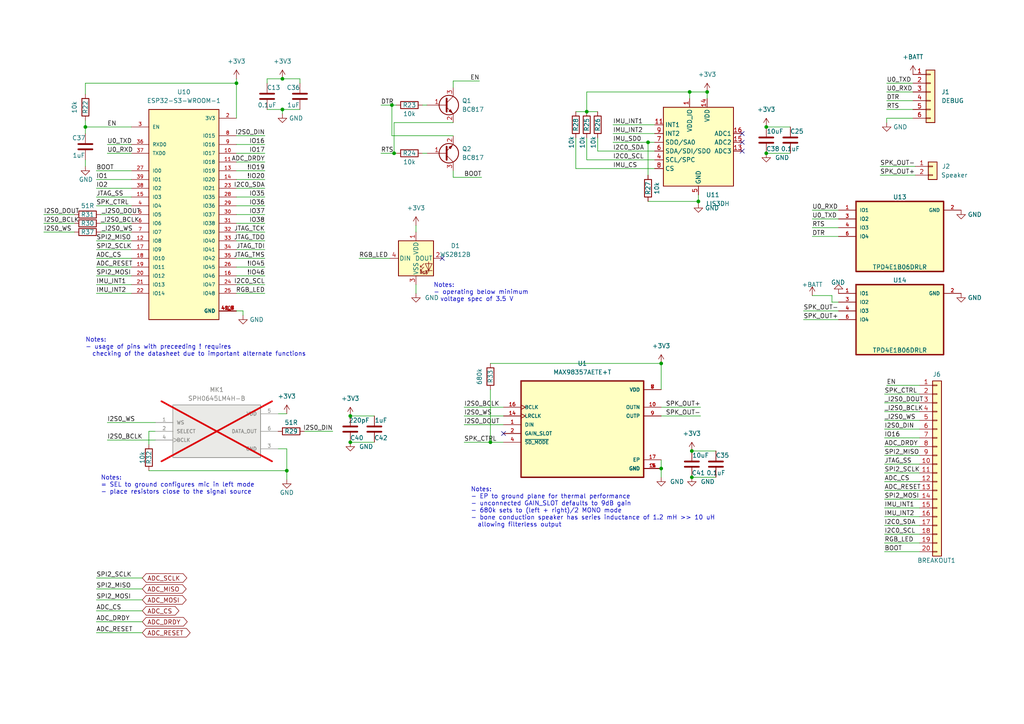
<source format=kicad_sch>
(kicad_sch (version 20231120) (generator "eeschema") (generator_version "8.0")
  (paper "A4")
  (lib_symbols
    (symbol "Connector_Generic:Conn_01x02" (pin_names (offset 1.016) hide)
      (property "Reference" "J" (at 0 2.54 0))
      (property "Value" "Conn_01x02" (at 0 -5.08 0))
      (symbol "Conn_01x02_1_1"
        (pin passive line (at -5.08 0 0) (length 3.81) (name "Pin_1") (number "1"))
        (pin passive line (at -5.08 -2.54 0) (length 3.81) (name "Pin_2") (number "2"))
      )
    )
    (symbol "Connector_Generic:Conn_01x06" (pin_names (offset 1.016) hide)
      (property "Reference" "J" (at 0 7.62 0))
      (property "Value" "Conn_01x06" (at 0 -10.16 0))
      (symbol "Conn_01x06_1_1"
        (pin passive line (at -5.08 5.08 0) (length 3.81) (name "Pin_1") (number "1"))
        (pin passive line (at -5.08 2.54 0) (length 3.81) (name "Pin_2") (number "2"))
        (pin passive line (at -5.08 0 0) (length 3.81) (name "Pin_3") (number "3"))
        (pin passive line (at -5.08 -2.54 0) (length 3.81) (name "Pin_4") (number "4"))
        (pin passive line (at -5.08 -5.08 0) (length 3.81) (name "Pin_5") (number "5"))
        (pin passive line (at -5.08 -7.62 0) (length 3.81) (name "Pin_6") (number "6"))
      )
    )
    (symbol "Connector_Generic:Conn_01x20" (pin_names (offset 1.016) hide)
      (property "Reference" "J" (at 0 25.4 0))
      (property "Value" "Conn_01x20" (at 0 -27.94 0))
      (symbol "Conn_01x20_1_1"
        (pin passive line (at -5.08 22.86 0) (length 3.81) (name "Pin_1") (number "1"))
        (pin passive line (at -5.08 0 0) (length 3.81) (name "Pin_10") (number "10"))
        (pin passive line (at -5.08 -2.54 0) (length 3.81) (name "Pin_11") (number "11"))
        (pin passive line (at -5.08 -5.08 0) (length 3.81) (name "Pin_12") (number "12"))
        (pin passive line (at -5.08 -7.62 0) (length 3.81) (name "Pin_13") (number "13"))
        (pin passive line (at -5.08 -10.16 0) (length 3.81) (name "Pin_14") (number "14"))
        (pin passive line (at -5.08 -12.7 0) (length 3.81) (name "Pin_15") (number "15"))
        (pin passive line (at -5.08 -15.24 0) (length 3.81) (name "Pin_16") (number "16"))
        (pin passive line (at -5.08 -17.78 0) (length 3.81) (name "Pin_17") (number "17"))
        (pin passive line (at -5.08 -20.32 0) (length 3.81) (name "Pin_18") (number "18"))
        (pin passive line (at -5.08 -22.86 0) (length 3.81) (name "Pin_19") (number "19"))
        (pin passive line (at -5.08 20.32 0) (length 3.81) (name "Pin_2") (number "2"))
        (pin passive line (at -5.08 -25.4 0) (length 3.81) (name "Pin_20") (number "20"))
        (pin passive line (at -5.08 17.78 0) (length 3.81) (name "Pin_3") (number "3"))
        (pin passive line (at -5.08 15.24 0) (length 3.81) (name "Pin_4") (number "4"))
        (pin passive line (at -5.08 12.7 0) (length 3.81) (name "Pin_5") (number "5"))
        (pin passive line (at -5.08 10.16 0) (length 3.81) (name "Pin_6") (number "6"))
        (pin passive line (at -5.08 7.62 0) (length 3.81) (name "Pin_7") (number "7"))
        (pin passive line (at -5.08 5.08 0) (length 3.81) (name "Pin_8") (number "8"))
        (pin passive line (at -5.08 2.54 0) (length 3.81) (name "Pin_9") (number "9"))
      )
    )
    (symbol "Device:C" (pin_numbers hide) (pin_names (offset 0.254))
      (property "Reference" "C" (at 0.635 2.54 0))
      (property "Value" "C" (at 0.635 -2.54 0))
      (symbol "C_1_1"
        (pin passive line (at 0 3.81 270) (length 2.794) (name "~") (number "1"))
        (pin passive line (at 0 -3.81 90) (length 2.794) (name "~") (number "2"))
      )
    )
    (symbol "Device:R" (pin_numbers hide) (pin_names (offset 0))
      (property "Reference" "R" (at 2.032 0 90))
      (property "Value" "R" (at 0 0 90))
      (symbol "R_1_1"
        (pin passive line (at 0 3.81 270) (length 1.27) (name "~") (number "1"))
        (pin passive line (at 0 -3.81 90) (length 1.27) (name "~") (number "2"))
      )
    )
    (symbol "LED:WS2812B" (pin_names (offset 0.254))
      (property "Reference" "D" (at 5.08 5.715 0))
      (property "Value" "WS2812B" (at 1.27 -5.715 0))
      (symbol "WS2812B_0_0"
        (text "RGB" (at 2.286 -4.191 0) (effects (font (size 0.762 0.762))))
      )
      (symbol "WS2812B_1_1"
        (pin power_in line (at 0 7.62 270) (length 2.54) (name "VDD") (number "1"))
        (pin output line (at 7.62 0 180) (length 2.54) (name "DOUT") (number "2"))
        (pin power_in line (at 0 -7.62 90) (length 2.54) (name "VSS") (number "3"))
        (pin input line (at -7.62 0 0) (length 2.54) (name "DIN") (number "4"))
      )
    )
    (symbol "Misc[Personal]:ESP32-S3-WROOM" (pin_names (offset 1.016))
      (property "Reference" "U" (at -10.16 31.369 0))
      (property "Value" "ESP32-S3-WROOM" (at -10.16 -33.02 0))
      (symbol "ESP32-S3-WROOM_0_0"
        (pin power_in line (at 15.24 -27.94 180) (length 5.08) (name "GND") (number "1"))
        (pin bidirectional line (at 15.24 17.78 180) (length 5.08) (name "IO17") (number "10"))
        (pin bidirectional line (at 15.24 15.24 180) (length 5.08) (name "IO18") (number "11"))
        (pin bidirectional line (at -15.24 -7.62 0) (length 5.08) (name "IO8") (number "12"))
        (pin bidirectional line (at 15.24 12.7 180) (length 5.08) (name "IO19") (number "13"))
        (pin bidirectional line (at 15.24 10.16 180) (length 5.08) (name "IO20") (number "14"))
        (pin bidirectional line (at -15.24 5.08 0) (length 5.08) (name "IO3") (number "15"))
        (pin bidirectional line (at 15.24 -17.78 180) (length 5.08) (name "IO46") (number "16"))
        (pin bidirectional line (at -15.24 -10.16 0) (length 5.08) (name "IO9") (number "17"))
        (pin bidirectional line (at -15.24 -12.7 0) (length 5.08) (name "IO10") (number "18"))
        (pin bidirectional line (at -15.24 -15.24 0) (length 5.08) (name "IO11") (number "19"))
        (pin power_in line (at 15.24 27.94 180) (length 5.08) (name "3V3") (number "2"))
        (pin bidirectional line (at -15.24 -17.78 0) (length 5.08) (name "IO12") (number "20"))
        (pin bidirectional line (at -15.24 -20.32 0) (length 5.08) (name "IO13") (number "21"))
        (pin bidirectional line (at -15.24 -22.86 0) (length 5.08) (name "IO14") (number "22"))
        (pin bidirectional line (at 15.24 7.62 180) (length 5.08) (name "IO21") (number "23"))
        (pin bidirectional line (at 15.24 -20.32 180) (length 5.08) (name "IO47") (number "24"))
        (pin bidirectional line (at 15.24 -22.86 180) (length 5.08) (name "IO48") (number "25"))
        (pin bidirectional line (at 15.24 -15.24 180) (length 5.08) (name "IO45") (number "26"))
        (pin bidirectional line (at -15.24 12.7 0) (length 5.08) (name "IO0") (number "27"))
        (pin bidirectional line (at 15.24 5.08 180) (length 5.08) (name "IO35") (number "28"))
        (pin bidirectional line (at 15.24 2.54 180) (length 5.08) (name "IO36") (number "29"))
        (pin input line (at -15.24 25.4 0) (length 5.08) (name "EN") (number "3"))
        (pin bidirectional line (at 15.24 0 180) (length 5.08) (name "IO37") (number "30"))
        (pin bidirectional line (at 15.24 -2.54 180) (length 5.08) (name "IO38") (number "31"))
        (pin bidirectional line (at 15.24 -5.08 180) (length 5.08) (name "IO39") (number "32"))
        (pin bidirectional line (at 15.24 -7.62 180) (length 5.08) (name "IO40") (number "33"))
        (pin bidirectional line (at 15.24 -10.16 180) (length 5.08) (name "IO41") (number "34"))
        (pin bidirectional line (at 15.24 -12.7 180) (length 5.08) (name "IO42") (number "35"))
        (pin bidirectional line (at -15.24 20.32 0) (length 5.08) (name "RXD0") (number "36"))
        (pin bidirectional line (at -15.24 17.78 0) (length 5.08) (name "TXD0") (number "37"))
        (pin bidirectional line (at -15.24 7.62 0) (length 5.08) (name "IO2") (number "38"))
        (pin bidirectional line (at -15.24 10.16 0) (length 5.08) (name "IO1") (number "39"))
        (pin bidirectional line (at -15.24 2.54 0) (length 5.08) (name "IO4") (number "4"))
        (pin power_in line (at 15.24 -27.94 180) (length 5.08) (name "GND") (number "40"))
        (pin power_in line (at 15.24 -27.94 180) (length 5.08) (name "GND") (number "41_1"))
        (pin power_in line (at 15.24 -27.94 180) (length 5.08) (name "GND") (number "41_2"))
        (pin power_in line (at 15.24 -27.94 180) (length 5.08) (name "GND") (number "41_3"))
        (pin power_in line (at 15.24 -27.94 180) (length 5.08) (name "GND") (number "41_4"))
        (pin power_in line (at 15.24 -27.94 180) (length 5.08) (name "GND") (number "41_5"))
        (pin power_in line (at 15.24 -27.94 180) (length 5.08) (name "GND") (number "41_6"))
        (pin power_in line (at 15.24 -27.94 180) (length 5.08) (name "GND") (number "41_7"))
        (pin power_in line (at 15.24 -27.94 180) (length 5.08) (name "GND") (number "41_8"))
        (pin power_in line (at 15.24 -27.94 180) (length 5.08) (name "GND") (number "41_9"))
        (pin bidirectional line (at -15.24 0 0) (length 5.08) (name "IO5") (number "5"))
        (pin bidirectional line (at -15.24 -2.54 0) (length 5.08) (name "IO6") (number "6"))
        (pin bidirectional line (at -15.24 -5.08 0) (length 5.08) (name "IO7") (number "7"))
        (pin bidirectional line (at 15.24 22.86 180) (length 5.08) (name "IO15") (number "8"))
        (pin bidirectional line (at 15.24 20.32 180) (length 5.08) (name "IO16") (number "9"))
      )
    )
    (symbol "Misc[Personal]:MAX98357AETE_" (pin_names (offset 1.016))
      (property "Reference" "U" (at -17.8104 13.7451 0))
      (property "Value" "MAX98357AETE_" (at -17.8039 -19.2795 0))
      (symbol "MAX98357AETE__0_0"
        (pin input line (at -22.86 0 0) (length 5.08) (name "DIN") (number "1"))
        (pin output line (at 22.86 5.08 180) (length 5.08) (name "OUTN") (number "10"))
        (pin power_in line (at 22.86 -12.7 180) (length 5.08) (name "GND") (number "11"))
        (pin input clock (at -22.86 2.54 0) (length 5.08) (name "LRCLK") (number "14"))
        (pin power_in line (at 22.86 -12.7 180) (length 5.08) (name "GND") (number "15"))
        (pin input clock (at -22.86 5.08 0) (length 5.08) (name "BCLK") (number "16"))
        (pin power_in line (at 22.86 -10.16 180) (length 5.08) (name "EP") (number "17"))
        (pin input line (at -22.86 -2.54 0) (length 5.08) (name "GAIN_SLOT") (number "2"))
        (pin power_in line (at 22.86 -12.7 180) (length 5.08) (name "GND") (number "3"))
        (pin input line (at -22.86 -5.08 0) (length 5.08) (name "~{SD_MODE}") (number "4"))
        (pin power_in line (at 22.86 10.16 180) (length 5.08) (name "VDD") (number "7"))
        (pin power_in line (at 22.86 10.16 180) (length 5.08) (name "VDD") (number "8"))
        (pin output line (at 22.86 2.54 180) (length 5.08) (name "OUTP") (number "9"))
      )
    )
    (symbol "Misc[Personal]:SPH0645LM4H-B" (pin_names (offset 1.016))
      (property "Reference" "MK" (at -12.7399 8.1466 0))
      (property "Value" "SPH0645LM4H-B" (at -12.7473 -10.1926 0))
      (symbol "SPH0645LM4H-B_0_0"
        (pin input line (at -17.78 2.54 0) (length 5.08) (name "WS") (number "1"))
        (pin input line (at -17.78 0 0) (length 5.08) (name "SELECT") (number "2"))
        (pin power_in line (at 17.78 -5.08 180) (length 5.08) (name "GND") (number "3"))
        (pin input clock (at -17.78 -2.54 0) (length 5.08) (name "BCLK") (number "4"))
        (pin power_in line (at 17.78 5.08 180) (length 5.08) (name "VDD") (number "5"))
        (pin output line (at 17.78 0 180) (length 5.08) (name "DATA_OUT") (number "6"))
      )
    )
    (symbol "Misc[Personal]:TPD4E1B06DRLR" (pin_names (offset 1.016))
      (symbol "TPD4E1B06DRLR_0_0"
        (pin bidirectional line (at -17.78 7.62 0) (length 5.08) (name "IO1") (number "1"))
        (pin power_in line (at 17.78 7.62 180) (length 5.08) (name "GND") (number "2"))
        (pin bidirectional line (at -17.78 5.08 0) (length 5.08) (name "IO2") (number "3"))
        (pin bidirectional line (at -17.78 2.54 0) (length 5.08) (name "IO3") (number "4"))
        (pin bidirectional line (at -17.78 0 0) (length 5.08) (name "IO4") (number "6"))
      )
    )
    (symbol "Sensor_Motion:LIS3DH"
      (property "Reference" "U" (at -7.62 11.43 0))
      (property "Value" "LIS3DH" (at 6.35 11.43 0))
      (symbol "LIS3DH_1_1"
        (pin power_in line (at -2.54 12.7 270) (length 2.54) (name "VDD_IO") (number "1"))
        (pin passive line (at 0 -15.24 90) (length 2.54) hide (name "GND") (number "10"))
        (pin output line (at -12.7 5.08 0) (length 2.54) (name "INT1") (number "11"))
        (pin passive line (at 0 -15.24 90) (length 2.54) hide (name "GND") (number "12"))
        (pin input line (at 12.7 -2.54 180) (length 2.54) (name "ADC3") (number "13"))
        (pin power_in line (at 2.54 12.7 270) (length 2.54) (name "VDD") (number "14"))
        (pin input line (at 12.7 0 180) (length 2.54) (name "ADC2") (number "15"))
        (pin input line (at 12.7 2.54 180) (length 2.54) (name "ADC1") (number "16"))
        (pin no_connect line (at 10.16 5.08 180) (length 2.54) hide (name "NC") (number "2"))
        (pin no_connect line (at 10.16 7.62 180) (length 2.54) hide (name "NC") (number "3"))
        (pin input line (at -12.7 -5.08 0) (length 2.54) (name "SCL/SPC") (number "4"))
        (pin power_in line (at 0 -15.24 90) (length 2.54) (name "GND") (number "5"))
        (pin bidirectional line (at -12.7 -2.54 0) (length 2.54) (name "SDA/SDI/SDO") (number "6"))
        (pin bidirectional line (at -12.7 0 0) (length 2.54) (name "SDO/SA0") (number "7"))
        (pin input line (at -12.7 -7.62 0) (length 2.54) (name "CS") (number "8"))
        (pin output line (at -12.7 2.54 0) (length 2.54) (name "INT2") (number "9"))
      )
    )
    (symbol "Transistor_BJT:BC817" (pin_names (offset 0) hide)
      (property "Reference" "Q" (at 5.08 1.905 0))
      (property "Value" "BC817" (at 5.08 0 0))
      (symbol "BC817_1_1"
        (pin input line (at -5.08 0 0) (length 5.715) (name "B") (number "1"))
        (pin passive line (at 2.54 -5.08 90) (length 2.54) (name "E") (number "2"))
        (pin passive line (at 2.54 5.08 270) (length 2.54) (name "C") (number "3"))
      )
    )
    (symbol "power:+3V3" (power) (pin_names (offset 0))
      (property "Value" "+3V3" (at 0 3.556 0))
      (symbol "+3V3_1_1"
        (pin power_in line (at 0 0 90) (length 0) hide (name "+3V3") (number "1"))
      )
    )
    (symbol "power:+BATT" (power) (pin_names (offset 0))
      (property "Value" "+BATT" (at 0 3.556 0))
      (symbol "+BATT_1_1"
        (pin power_in line (at 0 0 90) (length 0) hide (name "+BATT") (number "1"))
      )
    )
    (symbol "power:GND" (power) (pin_names (offset 0))
      (property "Value" "GND" (at 0 -3.81 0))
      (symbol "GND_1_1"
        (pin power_in line (at 0 0 270) (length 0) hide (name "GND") (number "1"))
      )
    )
  )
  (junction (at 222.25 36.83))
  (junction (at 200.66 130.81))
  (junction (at 113.665 30.48))
  (junction (at 191.77 105.41))
  (junction (at 200.66 138.43))
  (junction (at 222.25 44.45))
  (junction (at 187.96 41.275))
  (junction (at 24.765 36.83))
  (junction (at 101.6 120.65))
  (junction (at 83.185 136.525))
  (junction (at 101.6 128.27))
  (junction (at 142.24 128.27))
  (junction (at 81.915 22.86))
  (junction (at 205.105 26.67))
  (junction (at 191.77 135.89))
  (junction (at 68.58 24.13))
  (junction (at 81.915 31.75))
  (junction (at 170.18 32.385))
  (junction (at 202.565 58.42))
  (junction (at 200.025 26.67))
  (junction (at 114.3 44.45))
  (no_connect (at 146.05 125.73))
  (no_connect (at 215.265 41.275))
  (no_connect (at 128.27 74.93))
  (no_connect (at 215.265 38.735))
  (no_connect (at 215.265 43.815))
  (wire (pts (xy 257.175 34.29) (xy 257.175 35.56)))
  (wire (pts (xy 68.58 57.15) (xy 76.835 57.15)))
  (wire (pts (xy 68.58 59.69) (xy 76.835 59.69)))
  (wire (pts (xy 170.18 46.355) (xy 189.865 46.355)))
  (wire (pts (xy 241.3 87.63) (xy 241.3 85.725)))
  (wire (pts (xy 191.77 118.11) (xy 203.2 118.11)))
  (wire (pts (xy 202.565 58.42) (xy 202.565 59.055)))
  (wire (pts (xy 134.62 118.11) (xy 146.05 118.11)))
  (wire (pts (xy 77.47 31.75) (xy 81.915 31.75)))
  (wire (pts (xy 68.58 49.53) (xy 76.835 49.53)))
  (wire (pts (xy 27.94 49.53) (xy 38.1 49.53)))
  (wire (pts (xy 131.445 23.495) (xy 139.065 23.495)))
  (wire (pts (xy 235.585 63.5) (xy 243.205 63.5)))
  (wire (pts (xy 256.54 160.02) (xy 266.7 160.02)))
  (wire (pts (xy 83.185 130.175) (xy 83.185 136.525)))
  (wire (pts (xy 27.94 77.47) (xy 38.1 77.47)))
  (wire (pts (xy 256.54 144.78) (xy 266.7 144.78)))
  (wire (pts (xy 12.7 62.23) (xy 21.59 62.23)))
  (wire (pts (xy 256.54 124.46) (xy 266.7 124.46)))
  (wire (pts (xy 114.3 35.56) (xy 114.3 44.45)))
  (wire (pts (xy 256.54 149.86) (xy 266.7 149.86)))
  (wire (pts (xy 177.8 36.195) (xy 189.865 36.195)))
  (wire (pts (xy 187.96 41.275) (xy 189.865 41.275)))
  (wire (pts (xy 191.77 105.41) (xy 191.77 113.03)))
  (wire (pts (xy 257.175 26.67) (xy 264.795 26.67)))
  (wire (pts (xy 205.105 26.67) (xy 200.025 26.67)))
  (wire (pts (xy 187.96 41.275) (xy 187.96 50.8)))
  (wire (pts (xy 205.105 28.575) (xy 205.105 26.67)))
  (wire (pts (xy 256.54 157.48) (xy 266.7 157.48)))
  (wire (pts (xy 113.665 39.37) (xy 113.665 30.48)))
  (wire (pts (xy 68.58 44.45) (xy 76.835 44.45)))
  (wire (pts (xy 142.24 128.27) (xy 142.24 113.03)))
  (wire (pts (xy 170.18 40.005) (xy 170.18 46.355)))
  (wire (pts (xy 173.355 40.005) (xy 173.355 43.815)))
  (wire (pts (xy 104.14 74.93) (xy 113.03 74.93)))
  (wire (pts (xy 68.58 74.93) (xy 76.835 74.93)))
  (wire (pts (xy 114.3 44.45) (xy 114.935 44.45)))
  (wire (pts (xy 43.18 125.095) (xy 43.18 128.905)))
  (wire (pts (xy 200.025 26.67) (xy 200.025 28.575)))
  (wire (pts (xy 68.58 24.13) (xy 68.58 34.29)))
  (wire (pts (xy 235.585 60.96) (xy 243.205 60.96)))
  (wire (pts (xy 170.18 26.67) (xy 200.025 26.67)))
  (wire (pts (xy 200.66 130.81) (xy 207.645 130.81)))
  (wire (pts (xy 31.115 44.45) (xy 38.1 44.45)))
  (wire (pts (xy 256.54 121.92) (xy 266.7 121.92)))
  (wire (pts (xy 110.49 30.48) (xy 113.665 30.48)))
  (wire (pts (xy 27.94 72.39) (xy 38.1 72.39)))
  (wire (pts (xy 27.94 52.07) (xy 38.1 52.07)))
  (wire (pts (xy 27.94 180.34) (xy 41.275 180.34)))
  (wire (pts (xy 81.915 31.75) (xy 81.915 33.02)))
  (wire (pts (xy 27.94 183.515) (xy 41.275 183.515)))
  (wire (pts (xy 256.54 114.3) (xy 266.7 114.3)))
  (wire (pts (xy 256.54 147.32) (xy 266.7 147.32)))
  (wire (pts (xy 241.3 85.725) (xy 235.585 85.725)))
  (wire (pts (xy 264.795 34.29) (xy 257.175 34.29)))
  (wire (pts (xy 27.94 82.55) (xy 38.1 82.55)))
  (wire (pts (xy 68.58 22.86) (xy 68.58 24.13)))
  (wire (pts (xy 77.47 22.86) (xy 77.47 24.13)))
  (wire (pts (xy 12.7 67.31) (xy 21.59 67.31)))
  (wire (pts (xy 29.21 67.31) (xy 38.1 67.31)))
  (wire (pts (xy 68.58 64.77) (xy 76.835 64.77)))
  (wire (pts (xy 142.24 105.41) (xy 191.77 105.41)))
  (wire (pts (xy 257.175 31.75) (xy 264.795 31.75)))
  (wire (pts (xy 88.265 125.095) (xy 96.52 125.095)))
  (wire (pts (xy 27.94 54.61) (xy 38.1 54.61)))
  (wire (pts (xy 68.58 72.39) (xy 76.835 72.39)))
  (wire (pts (xy 80.645 130.175) (xy 83.185 130.175)))
  (wire (pts (xy 120.65 65.405) (xy 120.65 67.31)))
  (wire (pts (xy 256.54 134.62) (xy 266.7 134.62)))
  (wire (pts (xy 70.485 90.17) (xy 70.485 91.44)))
  (wire (pts (xy 68.58 52.07) (xy 76.835 52.07)))
  (wire (pts (xy 68.58 39.37) (xy 76.835 39.37)))
  (wire (pts (xy 235.585 66.04) (xy 243.205 66.04)))
  (wire (pts (xy 27.94 80.01) (xy 38.1 80.01)))
  (wire (pts (xy 68.58 90.17) (xy 70.485 90.17)))
  (wire (pts (xy 77.47 22.86) (xy 81.915 22.86)))
  (wire (pts (xy 191.77 120.65) (xy 203.2 120.65)))
  (wire (pts (xy 24.765 34.925) (xy 24.765 36.83)))
  (wire (pts (xy 233.045 90.17) (xy 243.205 90.17)))
  (wire (pts (xy 68.58 77.47) (xy 76.835 77.47)))
  (wire (pts (xy 233.045 92.71) (xy 243.205 92.71)))
  (wire (pts (xy 101.6 128.27) (xy 108.585 128.27)))
  (wire (pts (xy 256.54 142.24) (xy 266.7 142.24)))
  (wire (pts (xy 27.94 85.09) (xy 38.1 85.09)))
  (wire (pts (xy 167.005 40.005) (xy 167.005 48.895)))
  (wire (pts (xy 256.54 154.94) (xy 266.7 154.94)))
  (wire (pts (xy 68.58 54.61) (xy 76.835 54.61)))
  (wire (pts (xy 68.58 46.99) (xy 76.835 46.99)))
  (wire (pts (xy 131.445 51.435) (xy 139.7 51.435)))
  (wire (pts (xy 68.58 82.55) (xy 76.835 82.55)))
  (wire (pts (xy 29.21 62.23) (xy 38.1 62.23)))
  (wire (pts (xy 256.54 132.08) (xy 266.7 132.08)))
  (wire (pts (xy 170.18 32.385) (xy 173.355 32.385)))
  (wire (pts (xy 27.94 177.165) (xy 41.275 177.165)))
  (wire (pts (xy 256.54 116.84) (xy 266.7 116.84)))
  (wire (pts (xy 81.915 22.86) (xy 86.995 22.86)))
  (wire (pts (xy 27.94 173.99) (xy 41.275 173.99)))
  (wire (pts (xy 187.96 58.42) (xy 202.565 58.42)))
  (wire (pts (xy 68.58 69.85) (xy 76.835 69.85)))
  (wire (pts (xy 68.58 85.09) (xy 76.835 85.09)))
  (wire (pts (xy 202.565 56.515) (xy 202.565 58.42)))
  (wire (pts (xy 255.27 50.8) (xy 265.43 50.8)))
  (wire (pts (xy 256.54 152.4) (xy 266.7 152.4)))
  (wire (pts (xy 122.555 44.45) (xy 123.825 44.45)))
  (wire (pts (xy 68.58 41.91) (xy 76.835 41.91)))
  (wire (pts (xy 27.94 69.85) (xy 38.1 69.85)))
  (wire (pts (xy 31.115 122.555) (xy 45.085 122.555)))
  (wire (pts (xy 256.54 127) (xy 266.7 127)))
  (wire (pts (xy 31.115 127.635) (xy 45.085 127.635)))
  (wire (pts (xy 134.62 123.19) (xy 146.05 123.19)))
  (wire (pts (xy 24.765 24.13) (xy 68.58 24.13)))
  (wire (pts (xy 167.005 32.385) (xy 170.18 32.385)))
  (wire (pts (xy 222.25 36.83) (xy 229.235 36.83)))
  (wire (pts (xy 222.25 44.45) (xy 229.235 44.45)))
  (wire (pts (xy 134.62 120.65) (xy 146.05 120.65)))
  (wire (pts (xy 122.555 30.48) (xy 123.825 30.48)))
  (wire (pts (xy 131.445 39.37) (xy 113.665 39.37)))
  (wire (pts (xy 68.58 62.23) (xy 76.835 62.23)))
  (wire (pts (xy 255.27 48.26) (xy 265.43 48.26)))
  (wire (pts (xy 235.585 68.58) (xy 243.205 68.58)))
  (wire (pts (xy 256.54 119.38) (xy 266.7 119.38)))
  (wire (pts (xy 27.94 74.93) (xy 38.1 74.93)))
  (wire (pts (xy 27.94 170.815) (xy 41.275 170.815)))
  (wire (pts (xy 134.62 128.27) (xy 142.24 128.27)))
  (wire (pts (xy 27.94 59.69) (xy 38.1 59.69)))
  (wire (pts (xy 173.355 43.815) (xy 189.865 43.815)))
  (wire (pts (xy 146.05 128.27) (xy 142.24 128.27)))
  (wire (pts (xy 43.18 136.525) (xy 83.185 136.525)))
  (wire (pts (xy 81.915 31.75) (xy 86.995 31.75)))
  (wire (pts (xy 256.54 137.16) (xy 266.7 137.16)))
  (wire (pts (xy 191.77 135.89) (xy 191.77 138.43)))
  (wire (pts (xy 12.7 64.77) (xy 21.59 64.77)))
  (wire (pts (xy 191.77 133.35) (xy 191.77 135.89)))
  (wire (pts (xy 101.6 120.65) (xy 108.585 120.65)))
  (wire (pts (xy 83.185 136.525) (xy 83.185 139.065)))
  (wire (pts (xy 257.175 24.13) (xy 264.795 24.13)))
  (wire (pts (xy 131.445 49.53) (xy 131.445 51.435)))
  (wire (pts (xy 29.21 64.77) (xy 38.1 64.77)))
  (wire (pts (xy 257.175 29.21) (xy 264.795 29.21)))
  (wire (pts (xy 200.66 138.43) (xy 207.645 138.43)))
  (wire (pts (xy 27.94 57.15) (xy 38.1 57.15)))
  (wire (pts (xy 68.58 67.31) (xy 76.835 67.31)))
  (wire (pts (xy 24.765 46.355) (xy 24.765 48.26)))
  (wire (pts (xy 45.085 125.095) (xy 43.18 125.095)))
  (wire (pts (xy 170.18 26.67) (xy 170.18 32.385)))
  (wire (pts (xy 177.8 38.735) (xy 189.865 38.735)))
  (wire (pts (xy 131.445 25.4) (xy 131.445 23.495)))
  (wire (pts (xy 27.94 167.64) (xy 41.275 167.64)))
  (wire (pts (xy 131.445 35.56) (xy 114.3 35.56)))
  (wire (pts (xy 24.765 36.83) (xy 24.765 38.735)))
  (wire (pts (xy 31.115 41.91) (xy 38.1 41.91)))
  (wire (pts (xy 256.54 129.54) (xy 266.7 129.54)))
  (wire (pts (xy 68.58 80.01) (xy 76.835 80.01)))
  (wire (pts (xy 110.49 44.45) (xy 114.3 44.45)))
  (wire (pts (xy 80.645 120.015) (xy 83.185 120.015)))
  (wire (pts (xy 243.205 87.63) (xy 241.3 87.63)))
  (wire (pts (xy 113.665 30.48) (xy 114.935 30.48)))
  (wire (pts (xy 38.1 36.83) (xy 24.765 36.83)))
  (wire (pts (xy 256.54 139.7) (xy 266.7 139.7)))
  (wire (pts (xy 177.8 41.275) (xy 187.96 41.275)))
  (wire (pts (xy 86.995 24.13) (xy 86.995 22.86)))
  (wire (pts (xy 24.765 27.305) (xy 24.765 24.13)))
  (wire (pts (xy 257.175 111.76) (xy 266.7 111.76)))
  (wire (pts (xy 120.65 82.55) (xy 120.65 85.09)))
  (wire (pts (xy 167.005 48.895) (xy 189.865 48.895)))
  (text "Notes:\n= SEL to ground configures mic in left mode\n- place resistors close to the signal source" (at 29.21 143.51 0) (effects (font (size 1.27 1.27)) (justify left bottom)))
  (text "Notes:\n- EP to ground plane for thermal performance\n- unconnected GAIN_SLOT defaults to 9dB gain\n- 680k sets to (left + right)/2 MONO mode\n- bone conduction speaker has series inductance of 1.2 mH >> 10 uH\n  allowing filterless output" (at 136.525 153.035 0) (effects (font (size 1.27 1.27)) (justify left bottom)))
  (text "Notes:\n- usage of pins with preceeding ! requires\n  checking of the datasheet due to important alternate functions" (at 24.765 103.505 0) (effects (font (size 1.27 1.27)) (justify left bottom)))
  (text "Notes:\n- operating below minimum \n  voltage spec of 3.5 V" (at 125.73 87.63 0) (effects (font (size 1.27 1.27)) (justify left bottom)))
  (label "ADC_DRDY" (at 256.54 129.54 0))
  (label "SPK_OUT+" (at 233.045 92.71 0))
  (label "U0_TXD" (at 31.115 41.91 0))
  (label "SPK_OUT+" (at 255.27 50.8 0))
  (label "SPK_OUT-" (at 233.045 90.17 0))
  (label "I2S0_WS" (at 12.7 67.31 0))
  (label "DTR" (at 257.175 29.21 0))
  (label "IO2" (at 27.94 54.61 0))
  (label "I2C0_SDA" (at 256.54 152.4 0))
  (label "SPI2_MOSI" (at 256.54 144.78 0))
  (label "I2S0_WS" (at 134.62 120.65 0))
  (label "SPI2_MISO" (at 27.94 69.85 0))
  (label "SPI2_SCLK" (at 27.94 72.39 0))
  (label "RGB_LED" (at 76.835 85.09 180))
  (label "IO17" (at 76.835 44.45 180))
  (label "I2C0_SCL" (at 76.835 82.55 180))
  (label "SPK_OUT-" (at 203.2 120.65 180))
  (label "RGB_LED" (at 256.54 157.48 0))
  (label "!IO46" (at 76.835 80.01 180))
  (label "JTAG_SS" (at 256.54 134.62 0))
  (label "ADC_RESET" (at 256.54 142.24 0))
  (label "JTAG_TCK" (at 76.835 67.31 180))
  (label "I2C0_SCL" (at 177.8 46.355 0))
  (label "SPI2_MISO" (at 27.94 170.815 0))
  (label "I2S0_DOUT" (at 12.7 62.23 0))
  (label "_I2S0_BCLK" (at 256.54 119.38 0))
  (label "IMU_INT2" (at 27.94 85.09 0))
  (label "I2S0_WS" (at 31.115 122.555 0))
  (label "IMU_INT1" (at 256.54 147.32 0))
  (label "!IO19" (at 76.835 49.53 180))
  (label "ADC_CS" (at 256.54 139.7 0))
  (label "I2C0_SDA" (at 177.8 43.815 0))
  (label "SPK_CTRL" (at 27.94 59.69 0))
  (label "IMU_INT1" (at 177.8 36.195 0))
  (label "SPK_OUT+" (at 203.2 118.11 180))
  (label "IO16" (at 256.54 127 0))
  (label "BOOT" (at 139.7 51.435 180))
  (label "EN" (at 139.065 23.495 180))
  (label "EN" (at 31.115 36.83 0))
  (label "IMU_INT2" (at 256.54 149.86 0))
  (label "SPI2_MISO" (at 256.54 132.08 0))
  (label "U0_RXD" (at 235.585 60.96 0))
  (label "I2S0_DIN" (at 96.52 125.095 180))
  (label "U0_TXD" (at 257.175 24.13 0))
  (label "!IO20" (at 76.835 52.07 180))
  (label "IMU_CS" (at 177.8 48.895 0))
  (label "_I2S0_WS" (at 256.54 121.92 0))
  (label "ADC_CS" (at 27.94 177.165 0))
  (label "ADC_DRDY" (at 76.835 46.99 180))
  (label "I2S0_DIN" (at 256.54 124.46 0))
  (label "JTAG_TDO" (at 76.835 69.85 180))
  (label "I2C0_SCL" (at 256.54 154.94 0))
  (label "I2S0_BCLK" (at 12.7 64.77 0))
  (label "I2S0_BCLK" (at 31.115 127.635 0))
  (label "IMU_SD0" (at 177.8 41.275 0))
  (label "SPK_CTRL" (at 256.54 114.3 0))
  (label "U0_TXD" (at 235.585 63.5 0))
  (label "RTS" (at 235.585 66.04 0))
  (label "_I2S0_BCLK" (at 29.21 64.77 0))
  (label "JTAG_TDI" (at 76.835 72.39 180))
  (label "IO16" (at 76.835 41.91 180))
  (label "U0_RXD" (at 257.175 26.67 0))
  (label "RGB_LED" (at 104.14 74.93 0))
  (label "I2S0_BCLK" (at 134.62 118.11 0))
  (label "JTAG_TMS" (at 76.835 74.93 180))
  (label "IMU_INT2" (at 177.8 38.735 0))
  (label "ADC_CS" (at 27.94 74.93 0))
  (label "IMU_INT1" (at 27.94 82.55 0))
  (label "IO38" (at 76.835 64.77 180))
  (label "DTR" (at 235.585 68.58 0))
  (label "SPK_CTRL" (at 134.62 128.27 0))
  (label "SPI2_MOSI" (at 27.94 173.99 0))
  (label "I2S0_DIN" (at 76.835 39.37 180))
  (label "_I2S0_DOUT" (at 29.464 62.23 0))
  (label "SPK_OUT-" (at 255.27 48.26 0))
  (label "_I2S0_DOUT" (at 256.54 116.84 0))
  (label "I2S0_DOUT" (at 134.62 123.19 0))
  (label "IO1" (at 27.94 52.07 0))
  (label "!IO45" (at 76.835 77.47 180))
  (label "IO37" (at 76.835 62.23 180))
  (label "JTAG_SS" (at 27.94 57.15 0))
  (label "U0_RXD" (at 31.115 44.45 0))
  (label "I2C0_SDA" (at 76.835 54.61 180))
  (label "RTS" (at 257.175 31.75 0))
  (label "SPI2_MOSI" (at 27.94 80.01 0))
  (label "ADC_DRDY" (at 27.94 180.34 0))
  (label "RTS" (at 110.49 44.45 0))
  (label "ADC_RESET" (at 27.94 77.47 0))
  (label "_I2S0_WS" (at 29.464 67.31 0))
  (label "BOOT" (at 256.54 160.02 0))
  (label "IO35" (at 76.835 57.15 180))
  (label "BOOT" (at 27.94 49.53 0))
  (label "SPI2_SCLK" (at 27.94 167.64 0))
  (label "EN" (at 257.175 111.76 0))
  (label "IO36" (at 76.835 59.69 180))
  (label "ADC_RESET" (at 27.94 183.515 0))
  (label "DTR" (at 110.49 30.48 0))
  (label "SPI2_SCLK" (at 256.54 137.16 0))
  (global_label "ADC_MOSI" (shape bidirectional) (at 41.275 173.99 0) (property "Intersheetrefs" "${INTERSHEET_REFS}" (effects (hide yes))))
  (global_label "ADC_MISO" (shape bidirectional) (at 41.275 170.815 0) (property "Intersheetrefs" "${INTERSHEET_REFS}" (effects (hide yes))))
  (global_label "ADC_SCLK" (shape bidirectional) (at 41.275 167.64 0) (property "Intersheetrefs" "${INTERSHEET_REFS}" (effects (hide yes))))
  (global_label "ADC_CS" (shape bidirectional) (at 41.275 177.165 0) (property "Intersheetrefs" "${INTERSHEET_REFS}" (effects (hide yes))))
  (global_label "ADC_RESET" (shape bidirectional) (at 41.275 183.515 0) (property "Intersheetrefs" "${INTERSHEET_REFS}" (effects (hide yes))))
  (global_label "ADC_DRDY" (shape bidirectional) (at 41.275 180.34 0) (property "Intersheetrefs" "${INTERSHEET_REFS}" (effects (hide yes))))
  (symbol (lib_id "power:+3V3") (at 83.185 120.015 0) (unit 1)
    (property "Reference" "#PWR041" (effects (hide yes)))
    (property "Value" "+3V3" (at 83.185 114.935 0))
  )
  (symbol (lib_id "Misc[Personal]:TPD4E1B06DRLR") (at 260.985 92.71 0) (unit 1)
    (property "Reference" "U14" (at 260.985 81.28 0))
    (property "Value" "TPD4E1B06DRLR" (at 260.985 101.6 0))
    (property "Footprint" "Misc[Personal]:TPD4E1B06DRLR" (effects (hide yes)))
    (property "Description" "7V 14.5V 4 5.5V SOT(5x3)  ESD Protection Devices ROHS" (effects (hide yes)))
    (property "Manufacturer" "Texas Instruments" (effects (hide yes)))
    (property "Manufacturer Part No." "TPD4E1B06DRLR" (effects (hide yes)))
    (property "JLCPCB Part No." "C1972953" (effects (hide yes)))
    (property "Package" "SOT-23-6" (effects (hide yes)))
  )
  (symbol (lib_id "power:+3V3") (at 81.915 22.86 0) (unit 1)
    (property "Reference" "#PWR023" (effects (hide yes)))
    (property "Value" "+3V3" (at 81.915 17.78 0))
  )
  (symbol (lib_id "power:+BATT") (at 264.795 21.59 0) (unit 1)
    (property "Reference" "#PWR068" (effects (hide yes)))
    (property "Value" "+BATT" (at 264.795 16.51 0))
  )
  (symbol (lib_id "power:GND") (at 70.485 91.44 0) (unit 1)
    (property "Reference" "#PWR021" (effects (hide yes)))
    (property "Value" "GND" (at 72.39 92.71 0) (effects (justify left)))
  )
  (symbol (lib_id "power:GND") (at 24.765 48.26 0) (unit 1)
    (property "Reference" "#PWR025" (effects (hide yes)))
    (property "Value" "GND" (at 22.86 52.07 0) (effects (justify left)))
  )
  (symbol (lib_id "Connector_Generic:Conn_01x20") (at 271.78 134.62 0) (unit 1)
    (property "Reference" "J6" (at 270.51 108.585 0) (effects (justify left)))
    (property "Value" "BREAKOUT1" (at 266.065 162.56 0) (effects (justify left)))
    (property "Footprint" "Connector_PinHeader_2.54mm:PinHeader_1x20_P2.54mm_Vertical" (effects (hide yes)))
  )
  (symbol (lib_id "power:GND") (at 83.185 139.065 0) (unit 1)
    (property "Reference" "#PWR030" (effects (hide yes)))
    (property "Value" "GND" (at 83.185 142.875 0))
  )
  (symbol (lib_id "Device:C") (at 200.66 134.62 0) (unit 1)
    (property "Reference" "C41" (at 202.565 137.16 0))
    (property "Value" "10uF" (at 203.2 132.08 0))
    (property "Footprint" "Capacitor_SMD:C_0603_1608Metric" (effects (hide yes)))
    (property "Description" "10V 10uF X5R ±20% 0603  Multilayer Ceramic Capacitors MLCC - SMD/SMT ROHS" (effects (hide yes)))
    (property "Manufacturer" "FH (Guangdong Fenghua Advanced Tech)" (effects (hide yes)))
    (property "Manufacturer Part No." "0603X106M100NT" (effects (hide yes)))
    (property "JLCPCB Part No." "C91150" (effects (hide yes)))
    (property "Package" "0603" (effects (hide yes)))
  )
  (symbol (lib_id "power:GND") (at 222.25 44.45 0) (unit 1)
    (property "Reference" "#PWR034" (effects (hide yes)))
    (property "Value" "GND" (at 224.79 45.72 0) (effects (justify left)))
  )
  (symbol (lib_id "LED:WS2812B") (at 120.65 74.93 0) (unit 1)
    (property "Reference" "D1" (at 132.08 71.2821 0))
    (property "Value" "WS2812B" (at 132.08 73.8221 0))
    (property "Footprint" "LED_SMD:LED_WS2812B_PLCC4_5.0x5.0mm_P3.2mm" (effects (hide yes)))
    (property "Datasheet" "https://cdn-shop.adafruit.com/datasheets/WS2812B.pdf" (effects (hide yes)))
    (property "Description" "RGB SMD5050 Light Emitting Diodes (LED) ROHS" (effects (hide yes)))
    (property "Manufacturer" "Worldsemi" (effects (hide yes)))
    (property "Manufacturer Part No." "WS2812B-B/T" (effects (hide yes)))
    (property "JLCPCB Part No." "C2761795" (effects (hide yes)))
    (property "Package" "SMD5050" (effects (hide yes)))
  )
  (symbol (lib_id "Device:R") (at 25.4 64.77 270) (unit 1)
    (property "Reference" "R30" (at 25.4 64.77 90))
    (property "Value" "51R" (effects (hide yes)))
    (property "Footprint" "Resistor_SMD:R_0402_1005Metric" (effects (hide yes)))
    (property "Description" "62.5mW Thick Film Resistors ±1% 51Ω 0402  Chip Resistor - Surface Mount ROHS" (effects (hide yes)))
    (property "Manufacturer" "Viking Tech" (effects (hide yes)))
    (property "Manufacturer Part No." "CR-02FL6---51R" (effects (hide yes)))
    (property "JLCPCB Part No." "C279983" (effects (hide yes)))
    (property "Package" "0402" (effects (hide yes)))
  )
  (symbol (lib_id "Sensor_Motion:LIS3DH") (at 202.565 41.275 0) (unit 1)
    (property "Reference" "U11" (at 204.7591 56.515 0) (effects (justify left)))
    (property "Value" "LIS3DH" (at 204.7591 59.055 0) (effects (justify left)))
    (property "Footprint" "Package_LGA:LGA-16_3x3mm_P0.5mm_LayoutBorder3x5y" (effects (hide yes)))
    (property "Datasheet" "https://www.st.com/resource/en/datasheet/cd00274221.pdf" (effects (hide yes)))
    (property "Description" "X,Y,Z LGA-16(3x3) Attitude Sensor/Gyroscope ROHS" (effects (hide yes)))
    (property "Manufacturer" "STMicroelectronics" (effects (hide yes)))
    (property "Manufacturer Part No." "LIS3DHTR" (effects (hide yes)))
    (property "JLCPCB Part No." "C15134" (effects (hide yes)))
    (property "Package" "LGA-16_3x3" (effects (hide yes)))
  )
  (symbol (lib_id "power:GND") (at 101.6 128.27 0) (unit 1)
    (property "Reference" "#PWR036" (effects (hide yes)))
    (property "Value" "GND" (at 104.14 129.54 0) (effects (justify left)))
  )
  (symbol (lib_id "power:GND") (at 81.915 33.02 0) (unit 1)
    (property "Reference" "#PWR024" (effects (hide yes)))
    (property "Value" "GND" (at 83.82 34.29 0) (effects (justify left)))
  )
  (symbol (lib_id "power:+3V3") (at 101.6 120.65 0) (unit 1)
    (property "Reference" "#PWR029" (effects (hide yes)))
    (property "Value" "+3V3" (at 101.6 115.57 0))
  )
  (symbol (lib_id "Device:R") (at 24.765 31.115 180) (unit 1)
    (property "Reference" "R22" (at 24.765 31.115 90))
    (property "Value" "10k" (at 21.59 31.115 90))
    (property "Footprint" "Resistor_SMD:R_0402_1005Metric" (effects (hide yes)))
    (property "Description" "62.5mW Thick Film Resistors ±100ppm/℃ ±1% 10kΩ 0402  Chip Resistor - Surface Mount ROHS" (effects (hide yes)))
    (property "Manufacturer" "UNI-ROYAL(Uniroyal Elec)" (effects (hide yes)))
    (property "Manufacturer Part No." "0402WGF1002TCE" (effects (hide yes)))
    (property "JLCPCB Part No." "C25744" (effects (hide yes)))
    (property "Package" "0402" (effects (hide yes)))
  )
  (symbol (lib_id "power:+3V3") (at 205.105 26.67 0) (unit 1)
    (property "Reference" "#PWR039" (effects (hide yes)))
    (property "Value" "+3V3" (at 205.105 21.59 0))
  )
  (symbol (lib_id "Connector_Generic:Conn_01x06") (at 269.875 26.67 0) (unit 1)
    (property "Reference" "J1" (at 273.05 26.67 0) (effects (justify left)))
    (property "Value" "DEBUG" (at 273.05 29.21 0) (effects (justify left)))
    (property "Footprint" "Connector_PinHeader_2.54mm:PinHeader_1x06_P2.54mm_Vertical" (effects (hide yes)))
  )
  (symbol (lib_id "power:GND") (at 278.765 60.96 0) (unit 1)
    (property "Reference" "#PWR067" (effects (hide yes)))
    (property "Value" "GND" (at 280.67 62.23 0) (effects (justify left)))
  )
  (symbol (lib_id "power:GND") (at 278.765 85.09 0) (unit 1)
    (property "Reference" "#PWR070" (effects (hide yes)))
    (property "Value" "GND" (at 280.67 86.36 0) (effects (justify left)))
  )
  (symbol (lib_id "Device:R") (at 167.005 36.195 180) (unit 1)
    (property "Reference" "R28" (at 167.005 36.195 90))
    (property "Value" "10k" (at 165.735 41.275 90))
    (property "Footprint" "Resistor_SMD:R_0402_1005Metric" (effects (hide yes)))
    (property "Description" "62.5mW Thick Film Resistors ±100ppm/℃ ±1% 10kΩ 0402  Chip Resistor - Surface Mount ROHS" (effects (hide yes)))
    (property "Manufacturer" "UNI-ROYAL(Uniroyal Elec)" (effects (hide yes)))
    (property "Manufacturer Part No." "0402WGF1002TCE" (effects (hide yes)))
    (property "JLCPCB Part No." "C25744" (effects (hide yes)))
    (property "Package" "0402" (effects (hide yes)))
  )
  (symbol (lib_id "Device:R") (at 118.745 44.45 270) (unit 1)
    (property "Reference" "R24" (at 118.745 44.45 90))
    (property "Value" "10k" (at 118.745 46.99 90))
    (property "Footprint" "Resistor_SMD:R_0402_1005Metric" (effects (hide yes)))
    (property "Description" "62.5mW Thick Film Resistors ±100ppm/℃ ±1% 10kΩ 0402  Chip Resistor - Surface Mount ROHS" (effects (hide yes)))
    (property "Manufacturer" "UNI-ROYAL(Uniroyal Elec)" (effects (hide yes)))
    (property "Manufacturer Part No." "0402WGF1002TCE" (effects (hide yes)))
    (property "JLCPCB Part No." "C25744" (effects (hide yes)))
    (property "Package" "0402" (effects (hide yes)))
  )
  (symbol (lib_id "Device:C") (at 24.765 42.545 0) (unit 1)
    (property "Reference" "C37" (at 22.86 40.005 0))
    (property "Value" "1uF" (at 22.86 45.085 0))
    (property "Footprint" "Capacitor_SMD:C_0402_1005Metric" (effects (hide yes)))
    (property "Description" "10V 1uF X5R ±20% 0402 Multilayer Ceramic Capacitors MLCC - SMD/SMT ROHS Copy" (effects (hide yes)))
    (property "Manufacturer" "YAGEO" (effects (hide yes)))
    (property "Manufacturer Part No." "CC0402MRX5R6BB105" (effects (hide yes)))
    (property "JLCPCB Part No." "C113791" (effects (hide yes)))
  )
  (symbol (lib_id "power:GND") (at 200.66 138.43 0) (unit 1)
    (property "Reference" "#PWR038" (effects (hide yes)))
    (property "Value" "GND" (at 203.2 139.7 0) (effects (justify left)))
  )
  (symbol (lib_id "power:GND") (at 191.77 138.43 0) (unit 1)
    (property "Reference" "#PWR040" (effects (hide yes)))
    (property "Value" "GND" (at 194.31 139.7 0) (effects (justify left)))
  )
  (symbol (lib_id "Device:C") (at 108.585 124.46 0) (unit 1)
    (property "Reference" "C42" (at 110.49 127 0))
    (property "Value" "1uF" (at 110.49 121.92 0))
    (property "Footprint" "Capacitor_SMD:C_0402_1005Metric" (effects (hide yes)))
    (property "Description" "10V 1uF X5R ±20% 0402 Multilayer Ceramic Capacitors MLCC - SMD/SMT ROHS Copy" (effects (hide yes)))
    (property "Manufacturer" "YAGEO" (effects (hide yes)))
    (property "Manufacturer Part No." "CC0402MRX5R6BB105" (effects (hide yes)))
    (property "JLCPCB Part No." "C113791" (effects (hide yes)))
  )
  (symbol (lib_id "Device:C") (at 207.645 134.62 180) (unit 1)
    (property "Reference" "C35" (at 209.55 132.08 0))
    (property "Value" "0.1uF" (at 207.645 137.16 0))
    (property "Footprint" "Capacitor_SMD:C_0402_1005Metric" (effects (hide yes)))
    (property "Description" "10V 100nF 10% X5R 0402  Multilayer Ceramic Capacitors MLCC - SMD/SMT ROHS" (effects (hide yes)))
    (property "Manufacturer" "KYOCERA AVX" (effects (hide yes)))
    (property "Manufacturer Part No." "0402ZD104KAT2A" (effects (hide yes)))
    (property "JLCPCB Part No." "C2649532" (effects (hide yes)))
    (property "Package" "0402" (effects (hide yes)))
  )
  (symbol (lib_id "Misc[Personal]:TPD4E1B06DRLR") (at 260.985 68.58 0) (unit 1)
    (property "Reference" "U13" (at 260.985 57.15 0))
    (property "Value" "TPD4E1B06DRLR" (at 260.985 77.47 0))
    (property "Footprint" "Misc[Personal]:TPD4E1B06DRLR" (effects (hide yes)))
    (property "Description" "7V 14.5V 4 5.5V SOT(5x3)  ESD Protection Devices ROHS" (effects (hide yes)))
    (property "Manufacturer" "Texas Instruments" (effects (hide yes)))
    (property "Manufacturer Part No." "TPD4E1B06DRLR" (effects (hide yes)))
    (property "JLCPCB Part No." "C1972953" (effects (hide yes)))
    (property "Package" "SOT-23-6" (effects (hide yes)))
  )
  (symbol (lib_id "Device:C") (at 229.235 40.64 180) (unit 1)
    (property "Reference" "C25" (at 231.14 38.1 0))
    (property "Value" "0.1uF" (at 229.235 43.18 0))
    (property "Footprint" "Capacitor_SMD:C_0402_1005Metric" (effects (hide yes)))
    (property "Description" "10V 100nF 10% X5R 0402  Multilayer Ceramic Capacitors MLCC - SMD/SMT ROHS" (effects (hide yes)))
    (property "Manufacturer" "KYOCERA AVX" (effects (hide yes)))
    (property "Manufacturer Part No." "0402ZD104KAT2A" (effects (hide yes)))
    (property "JLCPCB Part No." "C2649532" (effects (hide yes)))
    (property "Package" "0402" (effects (hide yes)))
  )
  (symbol (lib_id "Device:R") (at 187.96 54.61 180) (unit 1)
    (property "Reference" "R27" (at 187.96 54.61 90))
    (property "Value" "10k" (at 190.5 54.61 90))
    (property "Footprint" "Resistor_SMD:R_0402_1005Metric" (effects (hide yes)))
    (property "Description" "62.5mW Thick Film Resistors ±100ppm/℃ ±1% 10kΩ 0402  Chip Resistor - Surface Mount ROHS" (effects (hide yes)))
    (property "Manufacturer" "UNI-ROYAL(Uniroyal Elec)" (effects (hide yes)))
    (property "Manufacturer Part No." "0402WGF1002TCE" (effects (hide yes)))
    (property "JLCPCB Part No." "C25744" (effects (hide yes)))
    (property "Package" "0402" (effects (hide yes)))
  )
  (symbol (lib_id "Connector_Generic:Conn_01x02") (at 270.51 48.26 0) (unit 1)
    (property "Reference" "J2" (at 275.59 48.26 0) (effects (justify right)))
    (property "Value" "Speaker" (at 280.67 50.8 0) (effects (justify right)))
    (property "Footprint" "Connector_PinHeader_2.54mm:PinHeader_1x02_P2.54mm_Vertical" (effects (hide yes)))
  )
  (symbol (lib_id "Transistor_BJT:BC817") (at 128.905 44.45 0) (mirror x) (unit 1)
    (property "Reference" "Q2" (at 133.985 43.18 0) (effects (justify left)))
    (property "Value" "BC817" (at 133.985 45.72 0) (effects (justify left)))
    (property "Footprint" "Package_TO_SOT_SMD:SOT-23" (effects (hide yes)))
    (property "Datasheet" "https://www.onsemi.com/pub/Collateral/BC818-D.pdf" (effects (hide yes)))
    (property "Description" "45V 300mW 40@500mA,1V 500mA NPN SOT-23(TO-236)  Bipolar Transistors - BJT ROHS" (effects (hide yes)))
    (property "Manufacturer" "Shikues" (effects (hide yes)))
    (property "Manufacturer Part No." "BC817" (effects (hide yes)))
    (property "JLCPCB Part No." "C475629" (effects (hide yes)))
    (property "Package" "SOT-23" (effects (hide yes)))
  )
  (symbol (lib_id "Transistor_BJT:BC817") (at 128.905 30.48 0) (unit 1)
    (property "Reference" "Q1" (at 133.985 29.21 0) (effects (justify left)))
    (property "Value" "BC817" (at 133.985 31.75 0) (effects (justify left)))
    (property "Footprint" "Package_TO_SOT_SMD:SOT-23" (effects (hide yes)))
    (property "Datasheet" "https://www.onsemi.com/pub/Collateral/BC818-D.pdf" (effects (hide yes)))
    (property "Description" "45V 300mW 40@500mA,1V 500mA NPN SOT-23(TO-236)  Bipolar Transistors - BJT ROHS" (effects (hide yes)))
    (property "Manufacturer" "Shikues" (effects (hide yes)))
    (property "Manufacturer Part No." "BC817" (effects (hide yes)))
    (property "JLCPCB Part No." "C475629" (effects (hide yes)))
    (property "Package" "SOT-23" (effects (hide yes)))
  )
  (symbol (lib_id "Device:R") (at 170.18 36.195 180) (unit 1)
    (property "Reference" "R25" (at 170.18 36.195 90))
    (property "Value" "10k" (at 168.91 41.275 90))
    (property "Footprint" "Resistor_SMD:R_0402_1005Metric" (effects (hide yes)))
    (property "Description" "62.5mW Thick Film Resistors ±100ppm/℃ ±1% 10kΩ 0402  Chip Resistor - Surface Mount ROHS" (effects (hide yes)))
    (property "Manufacturer" "UNI-ROYAL(Uniroyal Elec)" (effects (hide yes)))
    (property "Manufacturer Part No." "0402WGF1002TCE" (effects (hide yes)))
    (property "JLCPCB Part No." "C25744" (effects (hide yes)))
    (property "Package" "0402" (effects (hide yes)))
  )
  (symbol (lib_id "power:+3V3") (at 222.25 36.83 0) (unit 1)
    (property "Reference" "#PWR031" (effects (hide yes)))
    (property "Value" "+3V3" (at 222.25 31.75 0))
  )
  (symbol (lib_id "Misc[Personal]:MAX98357AETE_") (at 168.91 123.19 0) (unit 1)
    (property "Reference" "U1" (at 168.91 105.41 0))
    (property "Value" "MAX98357AETE+T" (at 168.91 107.95 0))
    (property "Footprint" "Misc[Personal]:MAX98357AETE+T" (effects (hide yes)))
    (property "Description" "Tiny, Low-Cost, PCM Class D Amplifier with Class AB Performance " (effects (hide yes)))
    (property "Manufacturer" "Analog Devices Inc./Maxim Integrated" (effects (hide yes)))
    (property "Manufacturer Part No." "MAX98357AETE+T" (effects (hide yes)))
    (property "JLCPCB Part No." "C910544" (effects (hide yes)))
    (property "Package" "TQFN-16-EP(3x3)" (effects (hide yes)))
  )
  (symbol (lib_id "power:+3V3") (at 191.77 105.41 0) (unit 1)
    (property "Reference" "#PWR035" (effects (hide yes)))
    (property "Value" "+3V3" (at 191.77 100.33 0))
  )
  (symbol (lib_id "Device:C") (at 222.25 40.64 0) (unit 1)
    (property "Reference" "C38" (at 224.155 43.18 0))
    (property "Value" "10uF" (at 224.79 38.1 0))
    (property "Footprint" "Capacitor_SMD:C_0603_1608Metric" (effects (hide yes)))
    (property "Description" "10V 10uF X5R ±20% 0603  Multilayer Ceramic Capacitors MLCC - SMD/SMT ROHS" (effects (hide yes)))
    (property "Manufacturer" "FH (Guangdong Fenghua Advanced Tech)" (effects (hide yes)))
    (property "Manufacturer Part No." "0603X106M100NT" (effects (hide yes)))
    (property "JLCPCB Part No." "C91150" (effects (hide yes)))
    (property "Package" "0603" (effects (hide yes)))
  )
  (symbol (lib_id "Device:R") (at 43.18 132.715 180) (unit 1)
    (property "Reference" "R32" (at 43.18 132.715 90))
    (property "Value" "10k" (at 41.275 132.715 90))
    (property "Footprint" "Resistor_SMD:R_0402_1005Metric" (effects (hide yes)))
    (property "Description" "62.5mW Thick Film Resistors ±100ppm/℃ ±1% 10kΩ 0402  Chip Resistor - Surface Mount ROHS" (effects (hide yes)))
    (property "Manufacturer" "UNI-ROYAL(Uniroyal Elec)" (effects (hide yes)))
    (property "Manufacturer Part No." "0402WGF1002TCE" (effects (hide yes)))
    (property "JLCPCB Part No." "C25744" (effects (hide yes)))
    (property "Package" "0402" (effects (hide yes)))
  )
  (symbol (lib_id "power:+3V3") (at 68.58 22.86 0) (unit 1)
    (property "Reference" "#PWR010" (effects (hide yes)))
    (property "Value" "+3V3" (at 68.58 17.78 0))
  )
  (symbol (lib_id "Device:R") (at 25.4 67.31 270) (unit 1)
    (property "Reference" "R37" (at 25.4 67.31 90))
    (property "Value" "51R" (effects (hide yes)))
    (property "Footprint" "Resistor_SMD:R_0402_1005Metric" (effects (hide yes)))
    (property "Description" "62.5mW Thick Film Resistors ±1% 51Ω 0402  Chip Resistor - Surface Mount ROHS" (effects (hide yes)))
    (property "Manufacturer" "Viking Tech" (effects (hide yes)))
    (property "Manufacturer Part No." "CR-02FL6---51R" (effects (hide yes)))
    (property "JLCPCB Part No." "C279983" (effects (hide yes)))
    (property "Package" "0402" (effects (hide yes)))
  )
  (symbol (lib_id "power:GND") (at 257.175 35.56 0) (unit 1)
    (property "Reference" "#PWR026" (effects (hide yes)))
    (property "Value" "GND" (at 259.08 36.83 0) (effects (justify left)))
  )
  (symbol (lib_id "Device:R") (at 118.745 30.48 270) (unit 1)
    (property "Reference" "R23" (at 118.745 30.48 90))
    (property "Value" "10k" (at 118.745 33.02 90))
    (property "Footprint" "Resistor_SMD:R_0402_1005Metric" (effects (hide yes)))
    (property "Description" "62.5mW Thick Film Resistors ±100ppm/℃ ±1% 10kΩ 0402  Chip Resistor - Surface Mount ROHS" (effects (hide yes)))
    (property "Manufacturer" "UNI-ROYAL(Uniroyal Elec)" (effects (hide yes)))
    (property "Manufacturer Part No." "0402WGF1002TCE" (effects (hide yes)))
    (property "JLCPCB Part No." "C25744" (effects (hide yes)))
    (property "Package" "0402" (effects (hide yes)))
  )
  (symbol (lib_id "Device:C") (at 101.6 124.46 0) (unit 1)
    (property "Reference" "C40" (at 103.505 127 0))
    (property "Value" "220pF" (at 104.14 121.92 0))
    (property "Footprint" "Capacitor_SMD:C_0402_1005Metric" (effects (hide yes)))
    (property "Description" "50V 220pF X7R ±10% 0402  Multilayer Ceramic Capacitors MLCC - SMD/SMT ROHS" (effects (hide yes)))
    (property "Manufacturer" "Darfon Elec" (effects (hide yes)))
    (property "Manufacturer Part No." "C1005X7R221KGT" (effects (hide yes)))
    (property "JLCPCB Part No." "C424337" (effects (hide yes)))
    (property "Package" "0402" (effects (hide yes)))
  )
  (symbol (lib_id "Device:R") (at 142.24 109.22 180) (unit 1)
    (property "Reference" "R33" (at 142.24 109.22 90))
    (property "Value" "680k" (at 139.065 109.22 90))
    (property "Footprint" "Resistor_SMD:R_0402_1005Metric" (effects (hide yes)))
    (property "Description" "100mW ±100ppm/℃ ±1% 680kΩ 0402  Chip Resistor - Surface Mount ROHS" (effects (hide yes)))
    (property "Manufacturer" "KAMAYA" (effects (hide yes)))
    (property "Manufacturer Part No." "RMC10K684FTH" (effects (hide yes)))
    (property "JLCPCB Part No." "C323627" (effects (hide yes)))
    (property "Package" "0402" (effects (hide yes)))
  )
  (symbol (lib_id "Misc[Personal]:ESP32-S3-WROOM") (at 53.34 62.23 0) (unit 1)
    (property "Reference" "U10" (at 53.34 26.67 0))
    (property "Value" "ESP32-S3-WROOM-1" (at 53.34 29.21 0))
    (property "Footprint" "Misc[Personal]:ESP32-S3-WROOM-1" (effects (hide yes)))
    (property "Description" "SMD,18x25.5mm WiFi Modules ROHS" (effects (hide yes)))
    (property "Manufaturer" "Espressif Systems" (effects (hide yes)))
    (property "Manufacturer Part No." "ESP32-S3-WROOM-1(N8R8)" (effects (hide yes)))
    (property "JLCPCB Part No." "C2913201" (effects (hide yes)))
  )
  (symbol (lib_id "power:+3V3") (at 120.65 65.405 0) (unit 1)
    (property "Reference" "#PWR027" (effects (hide yes)))
    (property "Value" "+3V3" (at 120.65 60.325 0))
  )
  (symbol (lib_id "Device:C") (at 86.995 27.94 0) (unit 1)
    (property "Reference" "C36" (at 85.09 25.4 0))
    (property "Value" "1uF" (at 85.09 30.48 0))
    (property "Footprint" "Capacitor_SMD:C_0402_1005Metric" (effects (hide yes)))
    (property "Description" "10V 1uF X5R ±20% 0402 Multilayer Ceramic Capacitors MLCC - SMD/SMT ROHS Copy" (effects (hide yes)))
    (property "Manufacturer" "YAGEO" (effects (hide yes)))
    (property "Manufacturer Part No." "CC0402MRX5R6BB105" (effects (hide yes)))
    (property "JLCPCB Part No." "C113791" (effects (hide yes)))
  )
  (symbol (lib_id "power:GND") (at 202.565 59.055 0) (unit 1)
    (property "Reference" "#PWR032" (effects (hide yes)))
    (property "Value" "GND" (at 204.47 60.325 0) (effects (justify left)))
  )
  (symbol (lib_id "power:+3V3") (at 200.66 130.81 0) (unit 1)
    (property "Reference" "#PWR037" (effects (hide yes)))
    (property "Value" "+3V3" (at 200.66 125.73 0))
  )
  (symbol (lib_id "Device:R") (at 173.355 36.195 180) (unit 1)
    (property "Reference" "R26" (at 173.355 36.195 90))
    (property "Value" "10k" (at 172.085 41.275 90))
    (property "Footprint" "Resistor_SMD:R_0402_1005Metric" (effects (hide yes)))
    (property "Description" "62.5mW Thick Film Resistors ±100ppm/℃ ±1% 10kΩ 0402  Chip Resistor - Surface Mount ROHS" (effects (hide yes)))
    (property "Manufacturer" "UNI-ROYAL(Uniroyal Elec)" (effects (hide yes)))
    (property "Manufacturer Part No." "0402WGF1002TCE" (effects (hide yes)))
    (property "JLCPCB Part No." "C25744" (effects (hide yes)))
    (property "Package" "0402" (effects (hide yes)))
  )
  (symbol (lib_id "power:GND") (at 243.205 85.09 180) (unit 1)
    (property "Reference" "#PWR071" (effects (hide yes)))
    (property "Value" "GND" (at 245.11 81.915 0) (effects (justify left)))
  )
  (symbol (lib_id "power:+BATT") (at 235.585 85.725 0) (unit 1)
    (property "Reference" "#PWR069" (effects (hide yes)))
    (property "Value" "+BATT" (at 235.585 82.55 0))
  )
  (symbol (lib_id "Device:R") (at 25.4 62.23 270) (unit 1)
    (property "Reference" "R31" (at 25.4 62.23 90))
    (property "Value" "51R" (at 25.4 59.69 90))
    (property "Footprint" "Resistor_SMD:R_0402_1005Metric" (effects (hide yes)))
    (property "Description" "62.5mW Thick Film Resistors ±1% 51Ω 0402  Chip Resistor - Surface Mount ROHS" (effects (hide yes)))
    (property "Manufacturer" "Viking Tech" (effects (hide yes)))
    (property "Manufacturer Part No." "CR-02FL6---51R" (effects (hide yes)))
    (property "JLCPCB Part No." "C279983" (effects (hide yes)))
    (property "Package" "0402" (effects (hide yes)))
  )
  (symbol (lib_id "Device:C") (at 77.47 27.94 180) (unit 1)
    (property "Reference" "C13" (at 79.375 25.4 0))
    (property "Value" "0.1uF" (at 77.47 30.48 0))
    (property "Footprint" "Capacitor_SMD:C_0402_1005Metric" (effects (hide yes)))
    (property "Description" "10V 100nF 10% X5R 0402  Multilayer Ceramic Capacitors MLCC - SMD/SMT ROHS" (effects (hide yes)))
    (property "Manufacturer" "KYOCERA AVX" (effects (hide yes)))
    (property "Manufacturer Part No." "0402ZD104KAT2A" (effects (hide yes)))
    (property "JLCPCB Part No." "C2649532" (effects (hide yes)))
    (property "Package" "0402" (effects (hide yes)))
  )
  (symbol (lib_id "Device:R") (at 84.455 125.095 270) (unit 1)
    (property "Reference" "R29" (at 84.455 125.095 90))
    (property "Value" "51R" (at 84.455 122.555 90))
    (property "Footprint" "Resistor_SMD:R_0402_1005Metric" (effects (hide yes)))
    (property "Description" "62.5mW Thick Film Resistors ±1% 51Ω 0402  Chip Resistor - Surface Mount ROHS" (effects (hide yes)))
    (property "Manufacturer" "Viking Tech" (effects (hide yes)))
    (property "Manufacturer Part No." "CR-02FL6---51R" (effects (hide yes)))
    (property "JLCPCB Part No." "C279983" (effects (hide yes)))
    (property "Package" "0402" (effects (hide yes)))
  )
  (symbol (lib_id "Misc[Personal]:SPH0645LM4H-B") (at 62.865 125.095 0) (unit 1) (dnp yes)
    (property "Reference" "MK1" (at 62.865 113.03 0))
    (property "Value" "SPH0645LM4H-B" (at 62.865 115.57 0))
    (property "Footprint" "Misc[Personal]:MIC_SPH0645LM4H-B" (effects (hide yes)))
    (property "Description" "20 Hz ~ 10 kHz Digital, I²S Microphone MEMS (Silicon) 1.62 V ~ 3.6 V Omnidirectional (-26dB ±3dB @ 94dB SPL) Solder Pads" (effects (hide yes)))
    (property "Manufacturer" "KNOWLES CORPORATION" (effects (hide yes)))
    (property "Manufacturer Part No." "SPH0645LM4H-B-8" (effects (hide yes)))
    (property "JLCPCB Part No." "C19190864" (effects (hide yes)))
  )
  (symbol (lib_id "power:GND") (at 120.65 85.09 0) (unit 1)
    (property "Reference" "#PWR028" (effects (hide yes)))
    (property "Value" "GND" (at 123.19 86.36 0) (effects (justify left)))
  )
)
</source>
